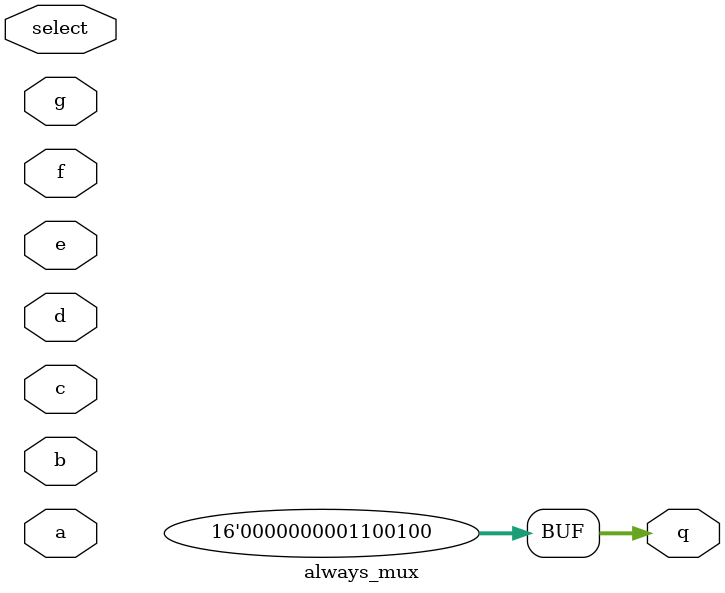
<source format=sv>

module always_mux (
        // Inputs
	input logic [15:0] a,
	input logic [15:0] b,
	input logic [15:0] c,
	input logic [15:0] d,
	input logic [15:0] e,
	input logic [15:0] f,
	input logic [15:0] g,

	input logic [2:0] select,

        // Outputs
	output logic [15:0] q
);
// -------------------------------

always_comb begin
	q = {8'd0, 8'd100};
end

endmodule


</source>
